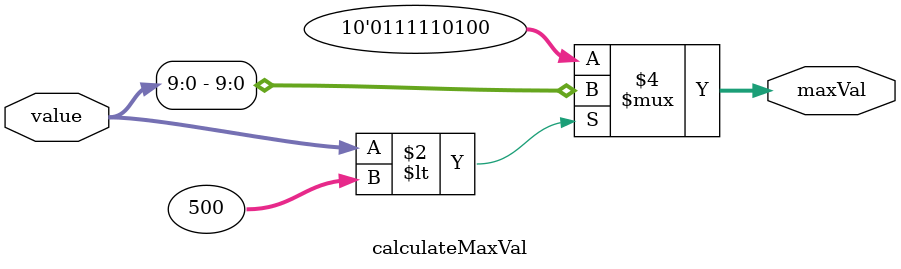
<source format=sv>
module calculateMaxVal #(parameter SAMPLES=32, WIDTH=32)
(
	input [(WIDTH-1):0] value,
	output [9:0] maxVal
);

	always_comb
	begin
		if (value < 500)
			maxVal[9:0] = value[9:0];
		else
			maxVal[9:0] = 500;
	end
endmodule
</source>
